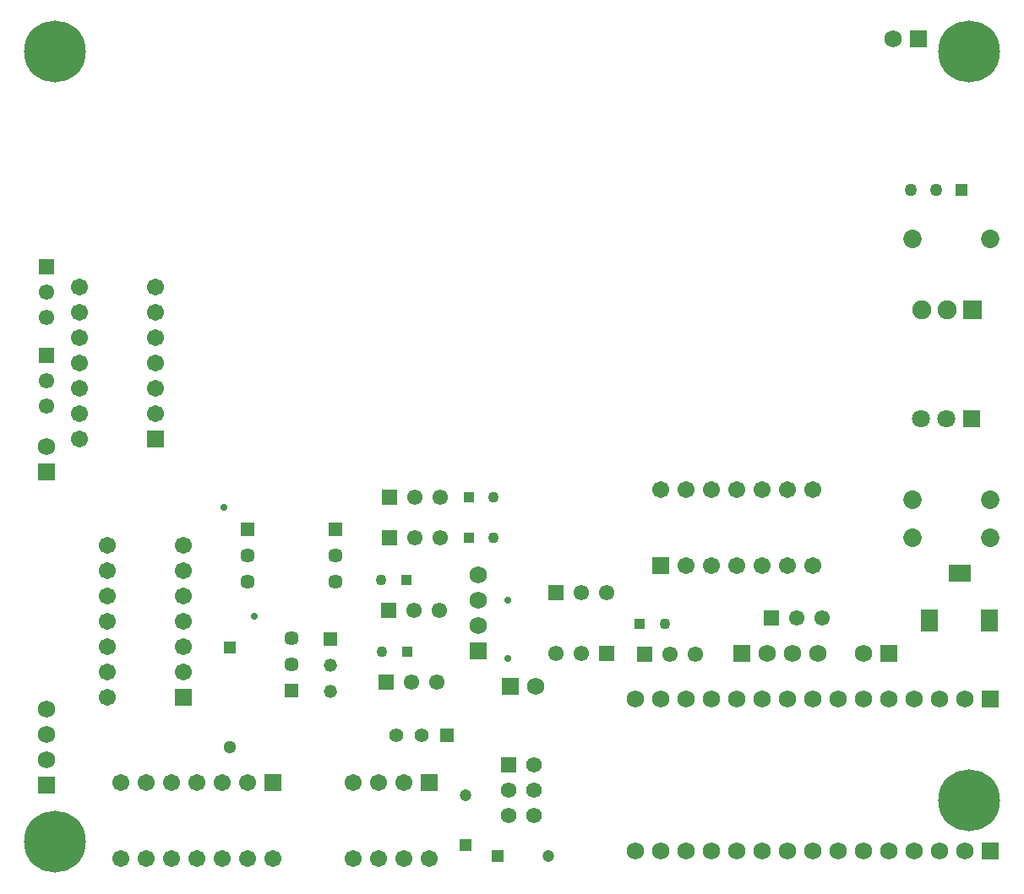
<source format=gbs>
G04*
G04 #@! TF.GenerationSoftware,Altium Limited,Altium Designer,24.6.1 (21)*
G04*
G04 Layer_Color=16711935*
%FSLAX44Y44*%
%MOMM*%
G71*
G04*
G04 #@! TF.SameCoordinates,44A1DD27-CD51-42AF-A16C-F6F8CAE25C75*
G04*
G04*
G04 #@! TF.FilePolarity,Negative*
G04*
G01*
G75*
%ADD50C,1.7532*%
%ADD51R,1.7532X1.7532*%
%ADD52C,1.7332*%
%ADD53R,1.7332X1.7332*%
%ADD54C,6.1976*%
%ADD55C,1.8532*%
%ADD56R,2.3032X1.7032*%
%ADD57R,1.7032X2.3032*%
%ADD58R,1.8032X1.8032*%
%ADD59C,1.8032*%
%ADD60C,1.5500*%
%ADD61R,1.5500X1.5500*%
%ADD62C,0.7032*%
%ADD63R,1.4500X1.4500*%
%ADD64C,1.4500*%
%ADD65R,1.7032X1.7032*%
%ADD66C,1.7032*%
%ADD67R,1.7532X1.7532*%
%ADD68R,1.5500X1.5500*%
%ADD69C,1.1000*%
%ADD70R,1.1000X1.1000*%
%ADD71C,1.2000*%
%ADD72R,1.2000X1.2000*%
%ADD73C,1.5700*%
%ADD74R,1.5700X1.5700*%
%ADD75R,1.7032X1.7032*%
%ADD76R,1.9032X1.9032*%
%ADD77C,1.9032*%
%ADD78R,1.2700X1.2700*%
%ADD79C,1.2700*%
%ADD80R,1.2000X1.2000*%
%ADD81C,1.4000*%
%ADD82R,1.4000X1.4000*%
%ADD83C,1.3208*%
%ADD84R,1.3208X1.3208*%
%ADD85C,1.3000*%
%ADD86R,1.3000X1.3000*%
D50*
X1247140Y845820D02*
D03*
X398780Y436880D02*
D03*
X831850Y308610D02*
D03*
Y283210D02*
D03*
Y257810D02*
D03*
X1217930Y229870D02*
D03*
X398780Y123190D02*
D03*
Y148590D02*
D03*
Y173990D02*
D03*
X889000Y196850D02*
D03*
X1172210Y229870D02*
D03*
X1146810D02*
D03*
X1121410D02*
D03*
D51*
X1272540Y845820D02*
D03*
X1243330Y229870D02*
D03*
X863600Y196850D02*
D03*
X1096010Y229870D02*
D03*
D52*
X989330Y31750D02*
D03*
Y184150D02*
D03*
X1014730Y31750D02*
D03*
Y184150D02*
D03*
X1040130Y31750D02*
D03*
Y184150D02*
D03*
X1065530Y31750D02*
D03*
Y184150D02*
D03*
X1090930Y31750D02*
D03*
Y184150D02*
D03*
X1116330Y31750D02*
D03*
Y184150D02*
D03*
X1141730Y31750D02*
D03*
Y184150D02*
D03*
X1167130Y31750D02*
D03*
Y184150D02*
D03*
X1192530Y31750D02*
D03*
Y184150D02*
D03*
X1217930Y31750D02*
D03*
Y184150D02*
D03*
X1243330Y31750D02*
D03*
Y184150D02*
D03*
X1268730Y31750D02*
D03*
Y184150D02*
D03*
X1294130Y31750D02*
D03*
Y184150D02*
D03*
X1319530Y31750D02*
D03*
Y184150D02*
D03*
D53*
X1344930Y31750D02*
D03*
Y184150D02*
D03*
D54*
X1323340Y82550D02*
D03*
Y833120D02*
D03*
X407670D02*
D03*
Y40640D02*
D03*
D55*
X1344560Y383540D02*
D03*
X1266560D02*
D03*
X1344560Y345440D02*
D03*
X1266560D02*
D03*
X1344560Y645160D02*
D03*
X1266560D02*
D03*
D56*
X1313660Y309890D02*
D03*
D57*
X1343660Y262890D02*
D03*
X1283660D02*
D03*
D58*
X1325880Y464820D02*
D03*
D59*
X1300480D02*
D03*
X1275080D02*
D03*
D60*
X398780Y566420D02*
D03*
Y591820D02*
D03*
X960120Y290830D02*
D03*
X934720D02*
D03*
X768350Y345440D02*
D03*
X793750D02*
D03*
X767080Y273050D02*
D03*
X792480D02*
D03*
X789940Y200660D02*
D03*
X764540D02*
D03*
X793750Y386080D02*
D03*
X768350D02*
D03*
X1049020Y228600D02*
D03*
X1023620D02*
D03*
X398780Y502920D02*
D03*
Y477520D02*
D03*
X934720Y229870D02*
D03*
X909320D02*
D03*
X1150620Y265430D02*
D03*
X1176020D02*
D03*
D61*
X398780Y617220D02*
D03*
Y528320D02*
D03*
D62*
X576580Y375920D02*
D03*
X607060Y266700D02*
D03*
X861060Y283210D02*
D03*
Y224790D02*
D03*
D63*
X688350Y353660D02*
D03*
X644240Y192440D02*
D03*
X600720Y353660D02*
D03*
D64*
X688350Y327660D02*
D03*
Y301660D02*
D03*
X644240Y218440D02*
D03*
Y244440D02*
D03*
X600720Y301660D02*
D03*
Y327660D02*
D03*
D65*
X508000Y444500D02*
D03*
X535940Y185420D02*
D03*
D66*
X508000Y469900D02*
D03*
Y495300D02*
D03*
Y520700D02*
D03*
Y546100D02*
D03*
Y571500D02*
D03*
Y596900D02*
D03*
X431800Y444500D02*
D03*
Y469900D02*
D03*
Y495300D02*
D03*
Y520700D02*
D03*
Y546100D02*
D03*
Y571500D02*
D03*
Y596900D02*
D03*
X1167130Y393700D02*
D03*
X1141730D02*
D03*
X1116330D02*
D03*
X1090930D02*
D03*
X1065530D02*
D03*
X1040130D02*
D03*
X1014730D02*
D03*
X1167130Y317500D02*
D03*
X1141730D02*
D03*
X1116330D02*
D03*
X1090930D02*
D03*
X1065530D02*
D03*
X1040130D02*
D03*
X473710Y24130D02*
D03*
X499110D02*
D03*
X524510D02*
D03*
X549910D02*
D03*
X575310D02*
D03*
X600710D02*
D03*
X626110D02*
D03*
X499110Y100330D02*
D03*
X524510D02*
D03*
X549910D02*
D03*
X575310D02*
D03*
X600710D02*
D03*
X473710D02*
D03*
X756920D02*
D03*
X731520D02*
D03*
X706120D02*
D03*
X782320Y24130D02*
D03*
X756920D02*
D03*
X731520D02*
D03*
X706120D02*
D03*
X459740Y337820D02*
D03*
Y312420D02*
D03*
Y287020D02*
D03*
Y261620D02*
D03*
Y236220D02*
D03*
Y210820D02*
D03*
Y185420D02*
D03*
X535940Y337820D02*
D03*
Y312420D02*
D03*
Y287020D02*
D03*
Y261620D02*
D03*
Y236220D02*
D03*
Y210820D02*
D03*
D67*
X398780Y411480D02*
D03*
X831850Y232410D02*
D03*
X398780Y97790D02*
D03*
D68*
X909320Y290830D02*
D03*
X742950Y345440D02*
D03*
X741680Y273050D02*
D03*
X739140Y200660D02*
D03*
X742950Y386080D02*
D03*
X998220Y228600D02*
D03*
X960120Y229870D02*
D03*
X1125220Y265430D02*
D03*
D69*
X1018540Y259080D02*
D03*
X846890Y345440D02*
D03*
Y386080D02*
D03*
X735330Y231140D02*
D03*
X734260Y303530D02*
D03*
D70*
X993540Y259080D02*
D03*
X821890Y345440D02*
D03*
Y386080D02*
D03*
X760330Y231140D02*
D03*
X759260Y303530D02*
D03*
D71*
X819150Y87230D02*
D03*
X901300Y26670D02*
D03*
D72*
X819150Y37230D02*
D03*
D73*
X887730Y67310D02*
D03*
Y92710D02*
D03*
Y118110D02*
D03*
X862330Y67310D02*
D03*
Y92710D02*
D03*
D74*
Y118110D02*
D03*
D75*
X1014730Y317500D02*
D03*
X626110Y100330D02*
D03*
X782320D02*
D03*
D76*
X1327150Y574040D02*
D03*
D77*
X1301750D02*
D03*
X1276350D02*
D03*
D78*
X1315720Y694690D02*
D03*
D79*
X1290320D02*
D03*
X1264920D02*
D03*
D80*
X851300Y26670D02*
D03*
D81*
X749700Y147320D02*
D03*
X774700D02*
D03*
D82*
X799700D02*
D03*
D83*
X683610Y191840D02*
D03*
Y217840D02*
D03*
D84*
Y243840D02*
D03*
D85*
X582930Y135420D02*
D03*
D86*
Y235420D02*
D03*
M02*

</source>
